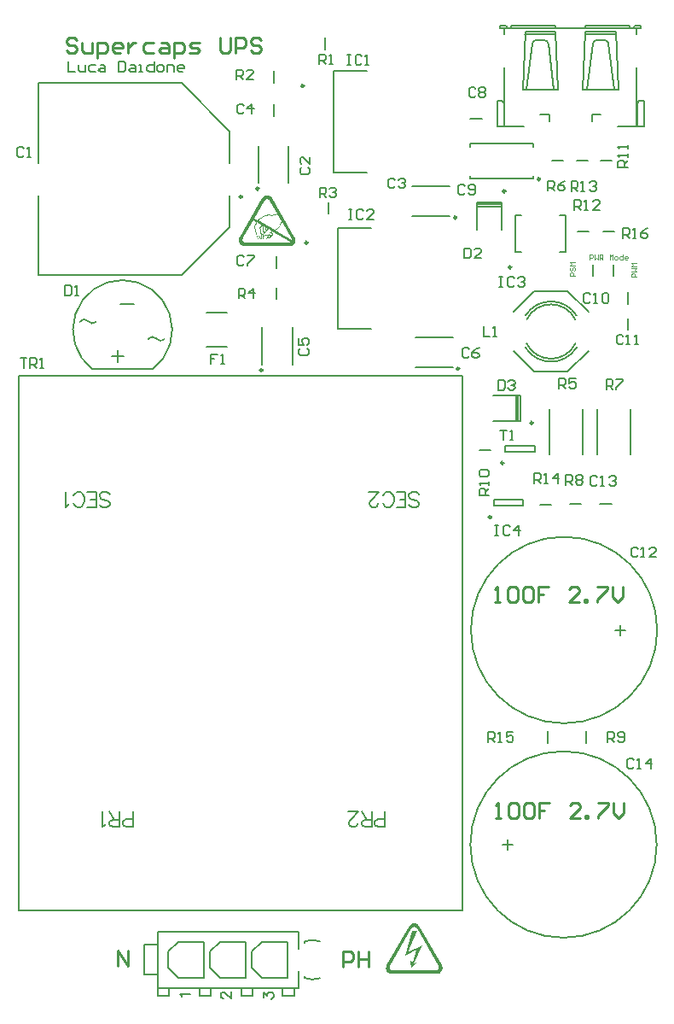
<source format=gbr>
G04 Layer_Color=65535*
%FSLAX23Y23*%
%MOIN*%
%TF.FileFunction,Legend,Top*%
%TF.Part,Single*%
G01*
G75*
%TA.AperFunction,NonConductor*%
%ADD10C,0.010*%
%ADD11C,0.008*%
%ADD12C,0.010*%
%ADD13C,0.005*%
%ADD14C,0.004*%
G36*
X1584Y253D02*
X1586Y252D01*
X1589Y251D01*
X1591Y250D01*
X1594Y249D01*
X1596Y247D01*
X1596Y246D01*
X1597Y246D01*
X1598Y244D01*
X1599Y244D01*
X1599Y243D01*
X1600Y242D01*
X1688Y89D01*
X1689Y89D01*
X1689Y88D01*
X1689Y86D01*
X1690Y84D01*
X1691Y82D01*
X1691Y79D01*
Y76D01*
X1691Y73D01*
Y73D01*
X1691Y72D01*
X1690Y71D01*
X1690Y70D01*
Y69D01*
X1690Y69D01*
X1689Y68D01*
X1689Y66D01*
X1688D01*
X1688Y66D01*
X1687Y65D01*
X1687Y64D01*
X1685Y62D01*
X1683Y61D01*
X1681Y59D01*
X1679Y57D01*
X1676Y56D01*
X1675D01*
X1675Y56D01*
X1673Y56D01*
X1672D01*
X1672Y55D01*
X1671D01*
X1669Y55D01*
X1492D01*
X1490Y55D01*
X1488Y56D01*
X1485Y57D01*
X1483Y58D01*
X1480Y59D01*
X1477Y61D01*
X1477Y62D01*
X1477Y62D01*
X1475Y64D01*
X1475Y64D01*
X1475Y64D01*
X1473Y66D01*
X1473Y67D01*
X1473Y68D01*
X1472Y69D01*
X1471Y71D01*
X1471Y73D01*
X1470Y76D01*
Y79D01*
X1471Y82D01*
Y83D01*
X1471Y83D01*
X1471Y85D01*
X1472Y85D01*
Y86D01*
X1472Y86D01*
X1472Y87D01*
X1473Y88D01*
Y89D01*
Y89D01*
X1473D01*
X1561Y241D01*
Y241D01*
X1562Y242D01*
X1563Y244D01*
X1565Y246D01*
X1568Y249D01*
X1568Y249D01*
X1570Y250D01*
X1570Y250D01*
X1570Y250D01*
X1572Y251D01*
X1573Y251D01*
X1575Y252D01*
X1577Y252D01*
X1579Y253D01*
X1582D01*
X1584Y253D01*
D02*
G37*
G36*
X1009Y3094D02*
X1011Y3093D01*
X1014Y3092D01*
X1016Y3091D01*
X1019Y3090D01*
X1021Y3088D01*
X1021Y3087D01*
X1022Y3087D01*
X1023Y3085D01*
X1024Y3085D01*
X1024Y3084D01*
X1025Y3083D01*
X1113Y2930D01*
X1114Y2930D01*
X1114Y2929D01*
X1114Y2927D01*
X1115Y2925D01*
X1116Y2923D01*
X1116Y2920D01*
Y2917D01*
X1116Y2914D01*
Y2914D01*
X1116Y2913D01*
X1115Y2912D01*
X1115Y2911D01*
Y2910D01*
X1115Y2910D01*
X1114Y2909D01*
X1114Y2907D01*
X1113D01*
X1113Y2907D01*
X1112Y2906D01*
X1112Y2905D01*
X1110Y2903D01*
X1108Y2902D01*
X1106Y2900D01*
X1104Y2898D01*
X1101Y2897D01*
X1100D01*
X1100Y2897D01*
X1098Y2897D01*
X1097D01*
X1097Y2896D01*
X1096D01*
X1094Y2896D01*
X917D01*
X915Y2896D01*
X913Y2897D01*
X910Y2898D01*
X908Y2899D01*
X905Y2900D01*
X902Y2902D01*
X902Y2903D01*
X902Y2903D01*
X900Y2905D01*
X900Y2905D01*
X900Y2905D01*
X898Y2907D01*
X898Y2908D01*
X898Y2909D01*
X897Y2910D01*
X896Y2912D01*
X896Y2914D01*
X895Y2917D01*
Y2920D01*
X896Y2923D01*
Y2924D01*
X896Y2924D01*
X896Y2926D01*
X897Y2926D01*
Y2927D01*
X897Y2927D01*
X897Y2928D01*
X898Y2929D01*
Y2930D01*
Y2930D01*
X898D01*
X986Y3082D01*
Y3082D01*
X987Y3083D01*
X988Y3085D01*
X990Y3087D01*
X993Y3090D01*
X993Y3090D01*
X995Y3091D01*
X995Y3091D01*
X995Y3091D01*
X997Y3092D01*
X998Y3092D01*
X1000Y3093D01*
X1002Y3093D01*
X1004Y3094D01*
X1007D01*
X1009Y3094D01*
D02*
G37*
%LPC*%
G36*
X1581Y238D02*
X1580D01*
X1579Y238D01*
X1577Y237D01*
X1575Y236D01*
Y236D01*
X1574Y236D01*
X1574D01*
X1573Y235D01*
X1573Y234D01*
X1571Y233D01*
X1570Y232D01*
X1486Y87D01*
Y87D01*
Y86D01*
X1486Y86D01*
X1486Y85D01*
Y85D01*
X1486Y84D01*
X1485Y83D01*
Y83D01*
Y82D01*
X1485Y82D01*
Y80D01*
X1485Y78D01*
X1486Y76D01*
X1486Y75D01*
X1487Y74D01*
X1488Y73D01*
X1488Y73D01*
X1489Y72D01*
X1489D01*
X1489Y71D01*
X1491Y70D01*
X1494Y69D01*
X1496Y69D01*
X1497Y69D01*
X1665D01*
Y69D01*
X1667D01*
X1668Y69D01*
X1668Y69D01*
X1668Y69D01*
X1668D01*
X1669Y69D01*
X1671Y70D01*
X1673Y72D01*
X1675Y75D01*
X1675Y75D01*
X1676Y76D01*
X1676Y78D01*
X1677Y81D01*
Y81D01*
Y82D01*
Y83D01*
X1676Y84D01*
X1676Y85D01*
X1675Y87D01*
Y87D01*
X1591Y232D01*
Y232D01*
X1591Y232D01*
X1590Y233D01*
X1590Y234D01*
X1589Y234D01*
X1589Y235D01*
X1589Y235D01*
X1587Y236D01*
X1584Y237D01*
X1583Y238D01*
X1581D01*
Y238D01*
D02*
G37*
%LPD*%
G36*
X1557Y139D02*
X1612Y167D01*
X1578Y97D01*
X1590Y100D01*
X1570Y77D01*
X1566Y105D01*
X1575Y98D01*
X1588Y148D01*
X1546Y127D01*
X1573Y221D01*
X1593Y221D01*
X1557Y139D01*
D02*
G37*
%LPC*%
G36*
X965Y2988D02*
Y2987D01*
Y2987D01*
X965Y2985D01*
X964Y2982D01*
X962Y2979D01*
Y2979D01*
X962Y2978D01*
X961Y2977D01*
X960Y2975D01*
X960Y2973D01*
Y2973D01*
X960Y2972D01*
Y2971D01*
X960Y2970D01*
Y2968D01*
X960Y2966D01*
X961Y2964D01*
Y2963D01*
X961Y2963D01*
X962Y2962D01*
X962Y2961D01*
Y2961D01*
Y2960D01*
X962Y2959D01*
X963Y2956D01*
X963Y2952D01*
Y2952D01*
Y2952D01*
X964Y2949D01*
X964Y2947D01*
X965Y2945D01*
X965Y2945D01*
X965Y2943D01*
X966Y2942D01*
X967Y2940D01*
X967Y2939D01*
X967Y2938D01*
X968Y2937D01*
X968Y2936D01*
X969D01*
X969Y2936D01*
X971D01*
X973Y2935D01*
X974Y2935D01*
X975Y2934D01*
X976Y2933D01*
X977Y2932D01*
X977Y2931D01*
X978Y2931D01*
X978Y2930D01*
X979Y2930D01*
X979Y2928D01*
Y2927D01*
Y2926D01*
Y2926D01*
Y2925D01*
Y2925D01*
Y2924D01*
X980Y2925D01*
X980Y2925D01*
X981Y2925D01*
X981Y2926D01*
X982Y2928D01*
X983Y2930D01*
Y2931D01*
Y2931D01*
X983Y2932D01*
Y2933D01*
X982Y2935D01*
X981Y2938D01*
X981Y2941D01*
X980Y2941D01*
Y2942D01*
X980Y2943D01*
X980Y2943D01*
Y2944D01*
X979Y2945D01*
Y2945D01*
X979Y2945D01*
Y2946D01*
Y2947D01*
Y2947D01*
Y2947D01*
Y2949D01*
Y2951D01*
X980Y2954D01*
Y2954D01*
Y2954D01*
X979Y2956D01*
X979Y2957D01*
X979Y2959D01*
Y2959D01*
X978Y2960D01*
X978Y2961D01*
X978Y2962D01*
X977Y2965D01*
X977Y2966D01*
Y2967D01*
Y2967D01*
X977Y2968D01*
X978Y2970D01*
X980Y2972D01*
Y2973D01*
X980Y2973D01*
X981Y2974D01*
X982Y2976D01*
X982Y2978D01*
X965Y2988D01*
D02*
G37*
G36*
X1013Y2936D02*
Y2936D01*
X1012Y2935D01*
Y2935D01*
X1012Y2933D01*
X1011Y2932D01*
X1010Y2930D01*
X1010Y2929D01*
X1011Y2929D01*
X1012Y2929D01*
X1014Y2928D01*
X1015D01*
X1016Y2929D01*
X1016Y2929D01*
X1017D01*
X1017Y2930D01*
Y2930D01*
X1017Y2931D01*
Y2931D01*
Y2931D01*
Y2932D01*
Y2933D01*
X1016Y2935D01*
X1016D01*
X1016Y2935D01*
X1015D01*
X1015Y2935D01*
X1015D01*
X1014Y2936D01*
X1013Y2936D01*
X1013Y2936D01*
D02*
G37*
G36*
X1012Y2961D02*
X1012Y2960D01*
X1010Y2959D01*
X1008Y2957D01*
X1005Y2955D01*
X1005D01*
X1005Y2955D01*
X1003Y2953D01*
X1001Y2951D01*
X998Y2949D01*
X998Y2948D01*
X997Y2947D01*
X996Y2946D01*
X995Y2944D01*
X993Y2941D01*
X992Y2939D01*
X991Y2936D01*
X991Y2934D01*
X991Y2934D01*
Y2933D01*
X991Y2934D01*
X991Y2934D01*
X992Y2935D01*
X992Y2935D01*
X992Y2935D01*
X993Y2936D01*
X995Y2937D01*
X996Y2938D01*
X997D01*
X997Y2938D01*
X998D01*
X998Y2938D01*
X998D01*
X999Y2938D01*
X1000D01*
X1001Y2939D01*
X1005D01*
X1006Y2938D01*
X1007Y2938D01*
X1008D01*
X1009Y2938D01*
Y2938D01*
X1010Y2938D01*
X1010Y2939D01*
Y2939D01*
X1010Y2940D01*
X1011Y2941D01*
X1011Y2942D01*
Y2942D01*
X1012Y2942D01*
X1012Y2944D01*
X1014Y2945D01*
X1016Y2947D01*
X1016D01*
X1016Y2948D01*
X1018Y2949D01*
X1019Y2950D01*
X1020D01*
X1020Y2950D01*
X1021Y2951D01*
X1023Y2952D01*
X1024Y2954D01*
X1012Y2961D01*
D02*
G37*
G36*
X1005Y2937D02*
X1004D01*
X1002Y2937D01*
X1001D01*
X1000Y2937D01*
X999Y2936D01*
X998D01*
X997Y2936D01*
X997D01*
X996Y2936D01*
X995Y2935D01*
X994Y2935D01*
X993Y2934D01*
X993Y2933D01*
X992Y2932D01*
X992Y2931D01*
X991Y2931D01*
X991Y2929D01*
Y2928D01*
X992Y2927D01*
X992Y2926D01*
X993Y2925D01*
X994Y2924D01*
X994Y2924D01*
X995Y2924D01*
X999D01*
X1000Y2924D01*
X1001Y2925D01*
X1001Y2925D01*
X1002Y2926D01*
X1002Y2926D01*
X1003Y2927D01*
X1005Y2928D01*
X1006Y2930D01*
Y2931D01*
X1007Y2931D01*
X1008Y2932D01*
X1009Y2934D01*
X1009Y2936D01*
X1009Y2936D01*
X1008Y2936D01*
X1007Y2937D01*
X1005Y2937D01*
D02*
G37*
G36*
X951Y2996D02*
X911Y2928D01*
Y2928D01*
Y2927D01*
X911Y2927D01*
X911Y2926D01*
X911Y2926D01*
X910Y2924D01*
Y2924D01*
Y2923D01*
X910Y2922D01*
Y2921D01*
X910Y2919D01*
X911Y2916D01*
X912D01*
X912Y2915D01*
X913Y2914D01*
X913Y2914D01*
X914Y2913D01*
X914D01*
X914Y2912D01*
X916Y2911D01*
X919Y2910D01*
X921Y2910D01*
X922Y2910D01*
X1090D01*
Y2910D01*
X1092D01*
X1092Y2910D01*
X1093D01*
X1094Y2911D01*
X1096Y2912D01*
X1027Y2952D01*
X1027Y2952D01*
X1026Y2951D01*
X1025Y2950D01*
X1024Y2949D01*
X1024Y2949D01*
X1025Y2948D01*
X1026Y2947D01*
X1028Y2946D01*
X1028Y2945D01*
X1028Y2945D01*
X1029Y2944D01*
X1029Y2943D01*
X1029Y2941D01*
Y2941D01*
X1029Y2940D01*
X1029Y2939D01*
X1028Y2938D01*
X1028Y2937D01*
X1028Y2936D01*
X1028Y2936D01*
X1026Y2935D01*
X1025Y2935D01*
X1022Y2934D01*
X1021D01*
Y2934D01*
X1021Y2933D01*
Y2932D01*
X1021Y2930D01*
Y2930D01*
Y2930D01*
X1020Y2929D01*
X1020Y2928D01*
X1019Y2928D01*
X1019Y2927D01*
X1019Y2927D01*
X1019Y2927D01*
X1017Y2926D01*
X1016Y2925D01*
X1013Y2925D01*
X1013D01*
X1012Y2925D01*
X1010Y2926D01*
X1008Y2927D01*
X1008Y2927D01*
X1007Y2926D01*
X1006Y2924D01*
X1004Y2923D01*
X1004D01*
X1004Y2922D01*
X1003Y2922D01*
X1002Y2921D01*
X1001D01*
X1001Y2921D01*
X999Y2921D01*
X995D01*
X994Y2921D01*
X992Y2921D01*
X991Y2922D01*
Y2923D01*
X991Y2923D01*
X990Y2924D01*
X989Y2925D01*
X989Y2926D01*
X988Y2928D01*
X988Y2930D01*
X988Y2932D01*
Y2932D01*
Y2933D01*
Y2933D01*
Y2933D01*
Y2934D01*
X988Y2936D01*
X988Y2938D01*
X988Y2938D01*
X987Y2938D01*
X986Y2939D01*
X986Y2940D01*
X985Y2940D01*
X984Y2940D01*
Y2940D01*
X984Y2939D01*
X985Y2938D01*
X985Y2936D01*
X986Y2933D01*
X986Y2931D01*
Y2930D01*
Y2929D01*
Y2929D01*
X986Y2927D01*
X984Y2925D01*
X984Y2924D01*
X982Y2922D01*
X982Y2922D01*
X981Y2922D01*
X979Y2921D01*
X979D01*
X978Y2920D01*
X977Y2920D01*
X975D01*
X974Y2921D01*
X972Y2921D01*
X970Y2923D01*
X970Y2924D01*
X970Y2924D01*
X969Y2925D01*
X968Y2926D01*
X968Y2928D01*
X967Y2930D01*
X966Y2932D01*
Y2933D01*
Y2933D01*
X966Y2933D01*
Y2933D01*
Y2934D01*
X965Y2934D01*
X965Y2936D01*
X964Y2937D01*
X964Y2938D01*
Y2938D01*
X963Y2939D01*
X963Y2940D01*
X962Y2942D01*
X962Y2944D01*
Y2944D01*
X961Y2946D01*
X961Y2947D01*
Y2948D01*
X960Y2950D01*
X960Y2952D01*
Y2952D01*
Y2953D01*
X960Y2954D01*
X960Y2955D01*
X959Y2957D01*
X959Y2960D01*
Y2960D01*
Y2960D01*
X958Y2961D01*
X958Y2962D01*
X958Y2963D01*
Y2963D01*
X958Y2964D01*
X957Y2966D01*
X957Y2967D01*
X956Y2971D01*
Y2973D01*
X957Y2974D01*
Y2974D01*
X957Y2975D01*
X958Y2977D01*
X959Y2980D01*
Y2980D01*
X960Y2981D01*
X960Y2982D01*
X961Y2983D01*
X962Y2987D01*
X962Y2989D01*
X951Y2996D01*
D02*
G37*
G36*
X1065Y2989D02*
X1065D01*
X1065Y2988D01*
X1063Y2987D01*
X1063Y2987D01*
X1063Y2986D01*
X1061Y2985D01*
X1060Y2983D01*
X1060Y2982D01*
X1060Y2982D01*
X1059Y2980D01*
X1058Y2977D01*
Y2977D01*
X1058Y2977D01*
X1057Y2975D01*
X1056Y2973D01*
X1055Y2971D01*
Y2971D01*
X1054Y2970D01*
X1053Y2969D01*
X1053Y2968D01*
X1052Y2968D01*
X1051Y2966D01*
X1051Y2966D01*
X1050Y2965D01*
X1048Y2964D01*
X1047Y2962D01*
X1043Y2959D01*
X1040Y2958D01*
X1038Y2957D01*
X1102Y2920D01*
Y2921D01*
Y2922D01*
Y2922D01*
Y2923D01*
Y2924D01*
X1101Y2925D01*
X1101Y2926D01*
X1100Y2928D01*
Y2928D01*
X1065Y2989D01*
D02*
G37*
G36*
X972Y2935D02*
X970D01*
X969Y2934D01*
X969D01*
X969Y2933D01*
Y2933D01*
X970Y2932D01*
X970Y2931D01*
X970Y2930D01*
X972Y2927D01*
X972Y2926D01*
X973Y2925D01*
X973Y2925D01*
X974Y2924D01*
X975Y2924D01*
X976Y2923D01*
X977D01*
X978Y2924D01*
Y2924D01*
Y2924D01*
Y2925D01*
X978Y2925D01*
Y2926D01*
Y2926D01*
Y2926D01*
Y2927D01*
X978Y2927D01*
Y2927D01*
X977Y2928D01*
X977Y2930D01*
Y2930D01*
X976Y2930D01*
X976Y2931D01*
X976Y2931D01*
Y2931D01*
X975Y2932D01*
X974Y2933D01*
X972Y2934D01*
X972Y2935D01*
D02*
G37*
G36*
X1047Y3020D02*
X1036Y3016D01*
X1036D01*
X1035Y3016D01*
X1035Y3016D01*
X1033Y3015D01*
X1030Y3015D01*
X1027Y3014D01*
X1024D01*
X1021Y3014D01*
X1017Y3015D01*
X1008D01*
X1004Y3014D01*
X999Y3013D01*
X999D01*
X998Y3013D01*
X997Y3012D01*
X995Y3011D01*
X994Y3010D01*
X991Y3009D01*
X989Y3008D01*
X986Y3006D01*
X986Y3005D01*
X985Y3005D01*
X984Y3004D01*
X982Y3003D01*
X981Y3003D01*
X981Y3002D01*
X979Y3001D01*
X979Y3001D01*
X978Y3001D01*
X977Y2999D01*
X975Y2998D01*
X974Y2998D01*
X974Y2997D01*
X973Y2996D01*
X972Y2995D01*
X1035Y2959D01*
X1035D01*
X1036Y2959D01*
X1037Y2960D01*
X1039Y2961D01*
X1041Y2962D01*
X1043Y2963D01*
X1046Y2966D01*
X1049Y2968D01*
X1049Y2969D01*
X1049Y2969D01*
X1051Y2971D01*
X1051Y2971D01*
X1051Y2971D01*
X1052Y2973D01*
X1053Y2973D01*
X1053Y2974D01*
X1054Y2976D01*
X1055Y2978D01*
Y2979D01*
X1055Y2979D01*
X1056Y2981D01*
X1056Y2982D01*
X1057Y2984D01*
X1058Y2985D01*
X1058Y2986D01*
X1060Y2988D01*
X1061Y2989D01*
X1061Y2990D01*
X1062Y2990D01*
X1063Y2991D01*
X1047Y3020D01*
D02*
G37*
G36*
X1006Y3079D02*
X1005D01*
X1004Y3079D01*
X1002Y3078D01*
X1000Y3077D01*
X999Y3077D01*
X999Y3077D01*
X999D01*
X998Y3076D01*
X998Y3075D01*
X996Y3074D01*
X995Y3073D01*
X956Y3004D01*
X969Y2997D01*
X969Y2997D01*
X970Y2998D01*
X971Y2999D01*
X973Y3001D01*
X973Y3001D01*
X974Y3002D01*
X976Y3003D01*
X978Y3004D01*
X978Y3004D01*
X979Y3005D01*
X979D01*
X979Y3005D01*
X980Y3006D01*
X981D01*
X981Y3006D01*
X982Y3007D01*
X984Y3008D01*
X984Y3008D01*
X985Y3009D01*
X986Y3009D01*
X987Y3010D01*
X989Y3011D01*
X993Y3014D01*
X996Y3015D01*
X998Y3016D01*
X998D01*
X999Y3016D01*
X1001Y3017D01*
X1002Y3017D01*
X1005Y3017D01*
X1007Y3018D01*
X1010Y3018D01*
X1014D01*
X1015Y3018D01*
X1020D01*
X1023Y3017D01*
X1028D01*
X1029Y3018D01*
X1032Y3018D01*
X1035Y3019D01*
X1045Y3023D01*
X1016Y3073D01*
X1016D01*
X1016Y3073D01*
X1015Y3074D01*
Y3075D01*
X1015Y3075D01*
X1014Y3075D01*
X1014Y3076D01*
X1014Y3076D01*
X1012Y3077D01*
X1009Y3078D01*
X1008Y3079D01*
X1006D01*
Y3079D01*
D02*
G37*
G36*
X1001Y2967D02*
Y2966D01*
Y2966D01*
X1001Y2965D01*
Y2965D01*
Y2964D01*
Y2964D01*
X1002Y2962D01*
Y2962D01*
X1002Y2961D01*
X1002Y2961D01*
X1002Y2960D01*
X1003Y2959D01*
X1004Y2958D01*
X1004D01*
X1004Y2959D01*
X1006Y2959D01*
X1007Y2961D01*
X1009Y2962D01*
X1001Y2967D01*
D02*
G37*
G36*
X1021Y2947D02*
X1021D01*
X1021Y2947D01*
X1020Y2946D01*
X1019Y2945D01*
X1018Y2945D01*
X1017Y2945D01*
X1016Y2944D01*
X1015Y2942D01*
X1014Y2940D01*
Y2940D01*
X1014Y2940D01*
Y2940D01*
X1014D01*
X1014Y2939D01*
X1016Y2938D01*
X1016D01*
X1018Y2938D01*
X1019Y2938D01*
X1022Y2938D01*
X1023D01*
X1024Y2938D01*
X1025Y2938D01*
Y2939D01*
Y2939D01*
X1026Y2940D01*
X1026Y2941D01*
Y2941D01*
Y2942D01*
Y2942D01*
Y2942D01*
X1025Y2943D01*
Y2943D01*
X1025D01*
Y2944D01*
Y2944D01*
X1024Y2944D01*
X1023Y2945D01*
X1022Y2947D01*
X1021Y2947D01*
D02*
G37*
G36*
X985Y2976D02*
Y2976D01*
X985Y2975D01*
X984Y2973D01*
X982Y2970D01*
X982Y2970D01*
X981Y2969D01*
X981Y2968D01*
X980Y2966D01*
Y2966D01*
Y2965D01*
X981Y2963D01*
X981Y2962D01*
X981Y2960D01*
Y2960D01*
X982Y2959D01*
X982Y2958D01*
X982Y2957D01*
X983Y2954D01*
Y2954D01*
Y2953D01*
Y2952D01*
X983Y2951D01*
X982Y2949D01*
Y2947D01*
Y2946D01*
X983Y2946D01*
X983D01*
X983Y2945D01*
X984Y2945D01*
X984Y2945D01*
X985D01*
X985Y2944D01*
X986Y2944D01*
X986Y2943D01*
X986Y2943D01*
X988Y2942D01*
X988D01*
X988Y2942D01*
X989Y2941D01*
X990Y2942D01*
X990Y2943D01*
X991Y2945D01*
X993Y2947D01*
X992Y2947D01*
X992Y2949D01*
X991Y2950D01*
X990Y2952D01*
Y2953D01*
X989Y2953D01*
X989Y2954D01*
X989D01*
Y2954D01*
Y2954D01*
X988Y2955D01*
Y2956D01*
Y2956D01*
X988Y2957D01*
X988Y2959D01*
Y2961D01*
Y2961D01*
Y2962D01*
Y2963D01*
Y2963D01*
Y2964D01*
Y2966D01*
Y2966D01*
Y2968D01*
Y2969D01*
X988Y2970D01*
Y2970D01*
X989Y2971D01*
X990Y2973D01*
X985Y2976D01*
D02*
G37*
G36*
X993Y2972D02*
Y2971D01*
X992Y2971D01*
X991Y2969D01*
Y2969D01*
Y2968D01*
X991Y2967D01*
Y2966D01*
Y2966D01*
Y2965D01*
Y2963D01*
Y2962D01*
Y2961D01*
Y2961D01*
Y2960D01*
Y2959D01*
X991Y2958D01*
X992Y2956D01*
Y2956D01*
X992Y2955D01*
X992Y2954D01*
X993Y2954D01*
Y2954D01*
X993Y2953D01*
X994Y2951D01*
X995Y2949D01*
Y2950D01*
X995Y2950D01*
X995Y2950D01*
X996Y2951D01*
X996Y2951D01*
X998Y2952D01*
X999Y2954D01*
X1001Y2956D01*
X1001Y2956D01*
X1001Y2957D01*
X1000Y2958D01*
X999Y2960D01*
X999Y2961D01*
Y2961D01*
X998Y2962D01*
X998Y2963D01*
X998Y2964D01*
Y2965D01*
Y2966D01*
X998Y2967D01*
X998Y2968D01*
X993Y2972D01*
D02*
G37*
%LPD*%
D10*
X2072Y3157D02*
G03*
X2072Y3157I-5J0D01*
G01*
X908Y3088D02*
G03*
X908Y3088I-5J0D01*
G01*
X1757Y2417D02*
G03*
X1757Y2417I-5J0D01*
G01*
X988Y2411D02*
G03*
X988Y2411I-5J0D01*
G01*
X973Y3120D02*
G03*
X973Y3120I-5J0D01*
G01*
X1149Y3521D02*
G03*
X1149Y3521I-5J0D01*
G01*
X1164Y2909D02*
G03*
X1164Y2909I-5J0D01*
G01*
X1745Y3007D02*
G03*
X1745Y3007I-5J0D01*
G01*
X1937Y3110D02*
G03*
X1937Y3110I-5J0D01*
G01*
X1960Y2813D02*
G03*
X1960Y2813I-5J0D01*
G01*
X2044Y2205D02*
G03*
X2044Y2205I-5J0D01*
G01*
X1930Y2049D02*
G03*
X1930Y2049I-5J0D01*
G01*
X1882Y1838D02*
G03*
X1882Y1838I-5J0D01*
G01*
D11*
X2449Y3746D02*
G03*
X2449Y3745I0J-0D01*
G01*
X2449Y3757D02*
G03*
X2437Y3745I0J-12D01*
G01*
X2104Y3686D02*
G03*
X2089Y3699I-15J-2D01*
G01*
X2057D02*
G03*
X2042Y3686I0J-15D01*
G01*
X2340D02*
G03*
X2325Y3699I-15J-2D01*
G01*
X2293D02*
G03*
X2278Y3686I0J-15D01*
G01*
X1933Y3745D02*
G03*
X1933Y3746I-0J0D01*
G01*
X1945Y3745D02*
G03*
X1933Y3757I-12J0D01*
G01*
X1212Y182D02*
G03*
X1153Y181I-29J-72D01*
G01*
Y39D02*
G03*
X1212Y38I30J71D01*
G01*
X307Y2602D02*
G03*
X338Y2599I16J11D01*
G01*
X306Y2603D02*
G03*
X274Y2600I-15J-13D01*
G01*
X559Y2415D02*
G03*
X323Y2415I-118J154D01*
G01*
X573Y2535D02*
G03*
X542Y2532I-15J-13D01*
G01*
X574Y2534D02*
G03*
X605Y2531I16J11D01*
G01*
X2020Y2515D02*
G03*
X2210Y2515I95J47D01*
G01*
X2015Y2500D02*
G03*
X2215Y2500I100J62D01*
G01*
Y2624D02*
G03*
X2015Y2624I-100J-62D01*
G01*
X2210Y2609D02*
G03*
X2020Y2609I-95J-47D01*
G01*
X2530Y1397D02*
G03*
X2530Y1397I-364J0D01*
G01*
X2528Y560D02*
G03*
X2528Y560I-364J0D01*
G01*
X2214Y3229D02*
X2258D01*
X2308D02*
X2352D01*
X2119D02*
X2163D01*
X1798Y3284D02*
Y3296D01*
Y3158D02*
Y3170D01*
X2046Y3158D02*
Y3170D01*
Y3284D02*
Y3296D01*
X1798D02*
X2046D01*
X1798Y3158D02*
X2046D01*
X1800Y3392D02*
X1846D01*
X2374Y3364D02*
X2478D01*
X1904D02*
Y3462D01*
X1923D01*
X1931Y3454D01*
Y3364D02*
Y3454D01*
X2478Y3364D02*
Y3462D01*
X2459D02*
X2478D01*
X2451Y3454D02*
X2459Y3462D01*
X2451Y3364D02*
Y3454D01*
X2449Y3364D02*
Y3591D01*
X2449Y3746D02*
X2465D01*
Y3757D01*
X2449D02*
X2465D01*
X2423Y3745D02*
Y3757D01*
X2250D02*
X2423D01*
X2250Y3745D02*
Y3757D01*
X2132Y3745D02*
Y3757D01*
X1959D02*
X2132D01*
X1959Y3745D02*
Y3757D01*
X1933Y3745D02*
X2449D01*
X2240Y3505D02*
X2378D01*
X2240D02*
X2250Y3733D01*
X2368D01*
X2378Y3505D01*
X2004D02*
X2142D01*
X2004D02*
X2014Y3733D01*
X2132D01*
X2142Y3505D01*
X2104Y3686D02*
X2126Y3505D01*
X2057Y3699D02*
X2089D01*
X2020Y3505D02*
X2042Y3686D01*
X2340D02*
X2362Y3505D01*
X2293Y3699D02*
X2325D01*
X2256Y3505D02*
X2278Y3686D01*
X2274Y3409D02*
X2310D01*
X2274Y3381D02*
Y3409D01*
X2108Y3381D02*
Y3409D01*
X2072D02*
X2108D01*
X1933Y3364D02*
Y3591D01*
X1917Y3746D02*
X1933D01*
X1917D02*
Y3757D01*
X1933D01*
X2250Y3722D02*
X2369D01*
X2013D02*
X2132D01*
X2449Y3723D02*
Y3745D01*
X1933Y3723D02*
Y3745D01*
X1904Y3364D02*
X2008D01*
X1112Y-30D02*
Y-0D01*
X1086Y40D02*
Y180D01*
X1067Y-30D02*
Y-0D01*
X578Y220D02*
X1128D01*
X659Y180D02*
X760D01*
X822D02*
X923D01*
X985D02*
X1086D01*
X527Y169D02*
X578D01*
X949Y-30D02*
Y-0D01*
X946Y79D02*
Y141D01*
Y79D02*
X985Y40D01*
X923D02*
Y180D01*
X946Y141D02*
X985Y180D01*
X904Y-30D02*
Y-0D01*
X527Y51D02*
X578D01*
X985Y40D02*
X1086D01*
X822D02*
X923D01*
X659D02*
X760D01*
X783Y79D02*
X822Y40D01*
X578Y-0D02*
X1128D01*
X786Y-30D02*
Y-0D01*
X783Y79D02*
Y141D01*
X822Y180D01*
X760Y40D02*
Y180D01*
X578Y-30D02*
X623D01*
X741D02*
X786D01*
X904D02*
X949D01*
X1067D02*
X1112D01*
X741D02*
Y-0D01*
X620Y79D02*
X659Y40D01*
X620Y141D02*
X659Y180D01*
X623Y-30D02*
Y-0D01*
X620Y79D02*
Y141D01*
X578Y-30D02*
Y220D01*
X527Y51D02*
Y169D01*
X1128Y153D02*
Y220D01*
Y-0D02*
Y67D01*
X1153Y39D02*
Y45D01*
Y175D02*
Y181D01*
X112Y2783D02*
Y3094D01*
Y2783D02*
X673D01*
X860Y2970D01*
Y3094D01*
X112Y3220D02*
Y3531D01*
X673D01*
X860Y3344D01*
Y3220D02*
Y3344D01*
X323Y2415D02*
X559D01*
X768Y2502D02*
X850D01*
X768Y2636D02*
X850D01*
X1585Y2539D02*
X1731D01*
X1585Y2421D02*
X1731D01*
X1105Y2432D02*
Y2578D01*
X987Y2432D02*
Y2578D01*
X1042Y2690D02*
Y2734D01*
Y2810D02*
Y2856D01*
X1090Y3141D02*
Y3287D01*
X972Y3141D02*
Y3287D01*
X1031Y3402D02*
Y3448D01*
X1032Y3534D02*
Y3578D01*
X1233Y3664D02*
Y3708D01*
X1266Y3184D02*
X1396D01*
X1266D02*
Y3578D01*
X1396D01*
X1281Y2572D02*
X1411D01*
X1281D02*
Y2966D01*
X1411D01*
X1247Y3021D02*
Y3065D01*
X1573Y3129D02*
X1719D01*
X1573Y3011D02*
X1719D01*
X1825Y2960D02*
Y3066D01*
X1923Y2960D02*
Y3066D01*
X1825D02*
X1923D01*
X1825Y3058D02*
X1923D01*
X1825Y3050D02*
X1923D01*
X2180Y2719D02*
X2261Y2639D01*
X2050Y2719D02*
X2180D01*
X1969Y2639D02*
X2050Y2719D01*
X1969Y2485D02*
X2050Y2405D01*
X2180D01*
X2261Y2485D01*
X2148Y2874D02*
X2171D01*
Y3016D01*
X2148D02*
X2171D01*
X1975D02*
X1998D01*
X1975Y2874D02*
Y3016D01*
Y2874D02*
X1998D01*
X2319Y2952D02*
X2363D01*
X2218Y2953D02*
X2262D01*
X2358Y2780D02*
Y2824D01*
X2279Y2780D02*
Y2824D01*
X2414Y2670D02*
Y2716D01*
Y2568D02*
Y2614D01*
X1889Y2312D02*
X1995D01*
X1889Y2214D02*
X1995D01*
Y2312D01*
X1987Y2214D02*
Y2312D01*
X1979Y2214D02*
Y2312D01*
X2109Y2084D02*
Y2258D01*
X2239Y2084D02*
Y2258D01*
X2297Y2084D02*
Y2258D01*
X2427Y2084D02*
Y2258D01*
X2306Y1889D02*
X2352D01*
X2188Y1888D02*
X2232D01*
X2072Y1887D02*
X2116D01*
X1937Y2092D02*
X2051D01*
X1937D02*
Y2116D01*
X2051D01*
Y2092D02*
Y2116D01*
X1834Y2098D02*
X1878D01*
X2005Y1881D02*
Y1905D01*
X1891D02*
X2005D01*
X1891Y1881D02*
Y1905D01*
Y1881D02*
X2005D01*
X2365Y1397D02*
X2404D01*
X2385Y1377D02*
Y1417D01*
X2251Y957D02*
Y1001D01*
X2101Y957D02*
Y1001D01*
X1926Y560D02*
X1965D01*
X1945Y540D02*
Y580D01*
X37Y302D02*
Y2388D01*
X1769D01*
Y302D02*
Y2388D01*
X37Y302D02*
X1769D01*
X41Y2459D02*
X67D01*
X54D01*
Y2420D01*
X80D02*
Y2459D01*
X100D01*
X107Y2453D01*
Y2440D01*
X100Y2433D01*
X80D01*
X93D02*
X107Y2420D01*
X120D02*
X133D01*
X126D01*
Y2459D01*
X120Y2453D01*
X1915Y2177D02*
X1941D01*
X1928D01*
Y2138D01*
X1954D02*
X1967D01*
X1961D01*
Y2177D01*
X1954Y2171D01*
X2395Y2926D02*
Y2965D01*
X2415D01*
X2421Y2959D01*
Y2946D01*
X2415Y2939D01*
X2395D01*
X2408D02*
X2421Y2926D01*
X2434D02*
X2447D01*
X2441D01*
Y2965D01*
X2434Y2959D01*
X2493Y2965D02*
X2480Y2959D01*
X2467Y2946D01*
Y2933D01*
X2474Y2926D01*
X2487D01*
X2493Y2933D01*
Y2939D01*
X2487Y2946D01*
X2467D01*
X1869Y959D02*
Y998D01*
X1889D01*
X1895Y992D01*
Y979D01*
X1889Y972D01*
X1869D01*
X1882D02*
X1895Y959D01*
X1908D02*
X1921D01*
X1915D01*
Y998D01*
X1908Y992D01*
X1967Y998D02*
X1941D01*
Y979D01*
X1954Y985D01*
X1961D01*
X1967Y979D01*
Y966D01*
X1961Y959D01*
X1948D01*
X1941Y966D01*
X2049Y1969D02*
Y2008D01*
X2069D01*
X2075Y2002D01*
Y1989D01*
X2069Y1982D01*
X2049D01*
X2062D02*
X2075Y1969D01*
X2088D02*
X2101D01*
X2095D01*
Y2008D01*
X2088Y2002D01*
X2141Y1969D02*
Y2008D01*
X2121Y1989D01*
X2147D01*
X2194Y3110D02*
Y3149D01*
X2214D01*
X2220Y3143D01*
Y3130D01*
X2214Y3123D01*
X2194D01*
X2207D02*
X2220Y3110D01*
X2233D02*
X2246D01*
X2240D01*
Y3149D01*
X2233Y3143D01*
X2266D02*
X2273Y3149D01*
X2286D01*
X2292Y3143D01*
Y3136D01*
X2286Y3130D01*
X2279D01*
X2286D01*
X2292Y3123D01*
Y3117D01*
X2286Y3110D01*
X2273D01*
X2266Y3117D01*
X2206Y3037D02*
Y3076D01*
X2226D01*
X2232Y3070D01*
Y3057D01*
X2226Y3050D01*
X2206D01*
X2219D02*
X2232Y3037D01*
X2245D02*
X2258D01*
X2252D01*
Y3076D01*
X2245Y3070D01*
X2304Y3037D02*
X2278D01*
X2304Y3063D01*
Y3070D01*
X2298Y3076D01*
X2285D01*
X2278Y3070D01*
X2414Y3204D02*
X2375D01*
Y3224D01*
X2381Y3230D01*
X2394D01*
X2401Y3224D01*
Y3204D01*
Y3217D02*
X2414Y3230D01*
Y3243D02*
Y3256D01*
Y3250D01*
X2375D01*
X2381Y3243D01*
X2414Y3276D02*
Y3289D01*
Y3283D01*
X2375D01*
X2381Y3276D01*
X1873Y1924D02*
X1834D01*
Y1944D01*
X1840Y1950D01*
X1853D01*
X1860Y1944D01*
Y1924D01*
Y1937D02*
X1873Y1950D01*
Y1963D02*
Y1976D01*
Y1970D01*
X1834D01*
X1840Y1963D01*
Y1996D02*
X1834Y2003D01*
Y2016D01*
X1840Y2022D01*
X1866D01*
X1873Y2016D01*
Y2003D01*
X1866Y1996D01*
X1840D01*
X2337Y960D02*
Y999D01*
X2357D01*
X2363Y993D01*
Y980D01*
X2357Y973D01*
X2337D01*
X2350D02*
X2363Y960D01*
X2376Y967D02*
X2383Y960D01*
X2396D01*
X2403Y967D01*
Y993D01*
X2396Y999D01*
X2383D01*
X2376Y993D01*
Y986D01*
X2383Y980D01*
X2403D01*
X2173Y1964D02*
Y2003D01*
X2193D01*
X2199Y1997D01*
Y1984D01*
X2193Y1977D01*
X2173D01*
X2186D02*
X2199Y1964D01*
X2212Y1997D02*
X2219Y2003D01*
X2232D01*
X2239Y1997D01*
Y1990D01*
X2232Y1984D01*
X2239Y1977D01*
Y1971D01*
X2232Y1964D01*
X2219D01*
X2212Y1971D01*
Y1977D01*
X2219Y1984D01*
X2212Y1990D01*
Y1997D01*
X2219Y1984D02*
X2232D01*
X2331Y2336D02*
Y2375D01*
X2351D01*
X2357Y2369D01*
Y2356D01*
X2351Y2349D01*
X2331D01*
X2344D02*
X2357Y2336D01*
X2370Y2375D02*
X2397D01*
Y2369D01*
X2370Y2343D01*
Y2336D01*
X2103Y3111D02*
Y3150D01*
X2123D01*
X2129Y3144D01*
Y3131D01*
X2123Y3124D01*
X2103D01*
X2116D02*
X2129Y3111D01*
X2169Y3150D02*
X2155Y3144D01*
X2142Y3131D01*
Y3118D01*
X2149Y3111D01*
X2162D01*
X2169Y3118D01*
Y3124D01*
X2162Y3131D01*
X2142D01*
X2145Y2339D02*
Y2378D01*
X2165D01*
X2171Y2372D01*
Y2359D01*
X2165Y2352D01*
X2145D01*
X2158D02*
X2171Y2339D01*
X2211Y2378D02*
X2184D01*
Y2359D01*
X2197Y2365D01*
X2204D01*
X2211Y2359D01*
Y2346D01*
X2204Y2339D01*
X2191D01*
X2184Y2346D01*
X894Y2691D02*
Y2730D01*
X914D01*
X920Y2724D01*
Y2711D01*
X914Y2704D01*
X894D01*
X907D02*
X920Y2691D01*
X953D02*
Y2730D01*
X933Y2711D01*
X960D01*
X1211Y3085D02*
Y3124D01*
X1231D01*
X1237Y3118D01*
Y3105D01*
X1231Y3098D01*
X1211D01*
X1224D02*
X1237Y3085D01*
X1250Y3118D02*
X1257Y3124D01*
X1270D01*
X1277Y3118D01*
Y3111D01*
X1270Y3105D01*
X1263D01*
X1270D01*
X1277Y3098D01*
Y3092D01*
X1270Y3085D01*
X1257D01*
X1250Y3092D01*
X886Y3545D02*
Y3584D01*
X905D01*
X912Y3578D01*
Y3565D01*
X905Y3558D01*
X886D01*
X899D02*
X912Y3545D01*
X951D02*
X925D01*
X951Y3571D01*
Y3578D01*
X945Y3584D01*
X932D01*
X925Y3578D01*
X1209Y3605D02*
Y3644D01*
X1229D01*
X1235Y3638D01*
Y3625D01*
X1229Y3618D01*
X1209D01*
X1222D02*
X1235Y3605D01*
X1248D02*
X1261D01*
X1255D01*
Y3644D01*
X1248Y3638D01*
X1851Y2583D02*
Y2544D01*
X1877D01*
X1890D02*
X1903D01*
X1897D01*
Y2583D01*
X1890Y2577D01*
X1896Y1805D02*
X1909D01*
X1903D01*
Y1766D01*
X1896D01*
X1909D01*
X1955Y1799D02*
X1948Y1805D01*
X1935D01*
X1929Y1799D01*
Y1773D01*
X1935Y1766D01*
X1948D01*
X1955Y1773D01*
X1988Y1766D02*
Y1805D01*
X1968Y1786D01*
X1994D01*
X1913Y2775D02*
X1926D01*
X1920D01*
Y2736D01*
X1913D01*
X1926D01*
X1972Y2769D02*
X1965Y2775D01*
X1952D01*
X1946Y2769D01*
Y2743D01*
X1952Y2736D01*
X1965D01*
X1972Y2743D01*
X1985Y2769D02*
X1992Y2775D01*
X2005D01*
X2011Y2769D01*
Y2762D01*
X2005Y2756D01*
X1998D01*
X2005D01*
X2011Y2749D01*
Y2743D01*
X2005Y2736D01*
X1992D01*
X1985Y2743D01*
X1324Y3039D02*
X1337D01*
X1331D01*
Y3000D01*
X1324D01*
X1337D01*
X1383Y3033D02*
X1376Y3039D01*
X1363D01*
X1357Y3033D01*
Y3007D01*
X1363Y3000D01*
X1376D01*
X1383Y3007D01*
X1422Y3000D02*
X1396D01*
X1422Y3026D01*
Y3033D01*
X1416Y3039D01*
X1403D01*
X1396Y3033D01*
X1318Y3641D02*
X1331D01*
X1325D01*
Y3602D01*
X1318D01*
X1331D01*
X1377Y3635D02*
X1370Y3641D01*
X1357D01*
X1351Y3635D01*
Y3609D01*
X1357Y3602D01*
X1370D01*
X1377Y3609D01*
X1390Y3602D02*
X1403D01*
X1397D01*
Y3641D01*
X1390Y3635D01*
X813Y2474D02*
X787D01*
Y2455D01*
X800D01*
X787D01*
Y2435D01*
X826D02*
X839D01*
X833D01*
Y2474D01*
X826Y2468D01*
X1908Y2373D02*
Y2334D01*
X1928D01*
X1934Y2341D01*
Y2367D01*
X1928Y2373D01*
X1908D01*
X1947Y2367D02*
X1954Y2373D01*
X1967D01*
X1974Y2367D01*
Y2360D01*
X1967Y2354D01*
X1960D01*
X1967D01*
X1974Y2347D01*
Y2341D01*
X1967Y2334D01*
X1954D01*
X1947Y2341D01*
X1775Y2887D02*
Y2848D01*
X1795D01*
X1801Y2855D01*
Y2881D01*
X1795Y2887D01*
X1775D01*
X1841Y2848D02*
X1814D01*
X1841Y2874D01*
Y2881D01*
X1834Y2887D01*
X1821D01*
X1814Y2881D01*
X217Y2742D02*
Y2703D01*
X237D01*
X243Y2710D01*
Y2736D01*
X237Y2742D01*
X217D01*
X256Y2703D02*
X269D01*
X263D01*
Y2742D01*
X256Y2736D01*
X2438Y889D02*
X2432Y895D01*
X2419D01*
X2412Y889D01*
Y863D01*
X2419Y856D01*
X2432D01*
X2438Y863D01*
X2451Y856D02*
X2464D01*
X2458D01*
Y895D01*
X2451Y889D01*
X2504Y856D02*
Y895D01*
X2484Y876D01*
X2510D01*
X2296Y1992D02*
X2290Y1998D01*
X2277D01*
X2270Y1992D01*
Y1966D01*
X2277Y1959D01*
X2290D01*
X2296Y1966D01*
X2309Y1959D02*
X2322D01*
X2316D01*
Y1998D01*
X2309Y1992D01*
X2342D02*
X2349Y1998D01*
X2362D01*
X2368Y1992D01*
Y1985D01*
X2362Y1979D01*
X2355D01*
X2362D01*
X2368Y1972D01*
Y1966D01*
X2362Y1959D01*
X2349D01*
X2342Y1966D01*
X2454Y1714D02*
X2448Y1720D01*
X2435D01*
X2428Y1714D01*
Y1688D01*
X2435Y1681D01*
X2448D01*
X2454Y1688D01*
X2467Y1681D02*
X2480D01*
X2474D01*
Y1720D01*
X2467Y1714D01*
X2526Y1681D02*
X2500D01*
X2526Y1707D01*
Y1714D01*
X2520Y1720D01*
X2507D01*
X2500Y1714D01*
X2397Y2544D02*
X2391Y2550D01*
X2378D01*
X2371Y2544D01*
Y2518D01*
X2378Y2511D01*
X2391D01*
X2397Y2518D01*
X2410Y2511D02*
X2423D01*
X2417D01*
Y2550D01*
X2410Y2544D01*
X2443Y2511D02*
X2456D01*
X2450D01*
Y2550D01*
X2443Y2544D01*
X2268Y2705D02*
X2262Y2711D01*
X2249D01*
X2242Y2705D01*
Y2679D01*
X2249Y2672D01*
X2262D01*
X2268Y2679D01*
X2281Y2672D02*
X2294D01*
X2288D01*
Y2711D01*
X2281Y2705D01*
X2314D02*
X2321Y2711D01*
X2334D01*
X2340Y2705D01*
Y2679D01*
X2334Y2672D01*
X2321D01*
X2314Y2679D01*
Y2705D01*
X1779Y3130D02*
X1773Y3136D01*
X1760D01*
X1753Y3130D01*
Y3104D01*
X1760Y3097D01*
X1773D01*
X1779Y3104D01*
X1792D02*
X1799Y3097D01*
X1812D01*
X1819Y3104D01*
Y3130D01*
X1812Y3136D01*
X1799D01*
X1792Y3130D01*
Y3123D01*
X1799Y3117D01*
X1819D01*
X1820Y3509D02*
X1814Y3515D01*
X1801D01*
X1794Y3509D01*
Y3483D01*
X1801Y3476D01*
X1814D01*
X1820Y3483D01*
X1833Y3509D02*
X1840Y3515D01*
X1853D01*
X1860Y3509D01*
Y3502D01*
X1853Y3496D01*
X1860Y3489D01*
Y3483D01*
X1853Y3476D01*
X1840D01*
X1833Y3483D01*
Y3489D01*
X1840Y3496D01*
X1833Y3502D01*
Y3509D01*
X1840Y3496D02*
X1853D01*
X916Y2853D02*
X910Y2859D01*
X897D01*
X890Y2853D01*
Y2827D01*
X897Y2820D01*
X910D01*
X916Y2827D01*
X929Y2859D02*
X956D01*
Y2853D01*
X929Y2827D01*
Y2820D01*
X1794Y2492D02*
X1788Y2498D01*
X1775D01*
X1768Y2492D01*
Y2466D01*
X1775Y2459D01*
X1788D01*
X1794Y2466D01*
X1834Y2498D02*
X1820Y2492D01*
X1807Y2479D01*
Y2466D01*
X1814Y2459D01*
X1827D01*
X1834Y2466D01*
Y2472D01*
X1827Y2479D01*
X1807D01*
X1136Y2495D02*
X1130Y2489D01*
Y2476D01*
X1136Y2469D01*
X1162D01*
X1169Y2476D01*
Y2489D01*
X1162Y2495D01*
X1130Y2535D02*
Y2508D01*
X1149D01*
X1143Y2521D01*
Y2528D01*
X1149Y2535D01*
X1162D01*
X1169Y2528D01*
Y2515D01*
X1162Y2508D01*
X914Y3444D02*
X908Y3450D01*
X895D01*
X888Y3444D01*
Y3418D01*
X895Y3411D01*
X908D01*
X914Y3418D01*
X947Y3411D02*
Y3450D01*
X927Y3431D01*
X954D01*
X1506Y3154D02*
X1500Y3160D01*
X1487D01*
X1480Y3154D01*
Y3128D01*
X1487Y3121D01*
X1500D01*
X1506Y3128D01*
X1519Y3154D02*
X1526Y3160D01*
X1539D01*
X1546Y3154D01*
Y3147D01*
X1539Y3141D01*
X1532D01*
X1539D01*
X1546Y3134D01*
Y3128D01*
X1539Y3121D01*
X1526D01*
X1519Y3128D01*
X1140Y3203D02*
X1134Y3197D01*
Y3184D01*
X1140Y3177D01*
X1166D01*
X1173Y3184D01*
Y3197D01*
X1166Y3203D01*
X1173Y3243D02*
Y3216D01*
X1147Y3243D01*
X1140D01*
X1134Y3236D01*
Y3223D01*
X1140Y3216D01*
X55Y3275D02*
X49Y3281D01*
X36D01*
X29Y3275D01*
Y3249D01*
X36Y3242D01*
X49D01*
X55Y3249D01*
X68Y3242D02*
X81D01*
X75D01*
Y3281D01*
X68Y3275D01*
X485Y2668D02*
X432D01*
X445Y2466D02*
X398D01*
X421Y2442D02*
Y2489D01*
X352Y1885D02*
X357Y1879D01*
X366Y1877D01*
X377D01*
X385Y1879D01*
X391Y1885D01*
Y1891D01*
X388Y1896D01*
X385Y1899D01*
X380Y1902D01*
X363Y1907D01*
X357Y1910D01*
X355Y1913D01*
X352Y1919D01*
Y1927D01*
X357Y1933D01*
X366Y1936D01*
X377D01*
X385Y1933D01*
X391Y1927D01*
X302Y1877D02*
X338D01*
Y1936D01*
X302D01*
X338Y1905D02*
X316D01*
X250Y1891D02*
X253Y1885D01*
X258Y1879D01*
X264Y1877D01*
X275D01*
X281Y1879D01*
X286Y1885D01*
X289Y1891D01*
X292Y1899D01*
Y1913D01*
X289Y1922D01*
X286Y1927D01*
X281Y1933D01*
X275Y1936D01*
X264D01*
X258Y1933D01*
X253Y1927D01*
X250Y1922D01*
X233Y1888D02*
X228Y1885D01*
X219Y1877D01*
Y1936D01*
X1560Y1885D02*
X1566Y1879D01*
X1574Y1877D01*
X1586D01*
X1594Y1879D01*
X1600Y1885D01*
Y1891D01*
X1597Y1896D01*
X1594Y1899D01*
X1588Y1902D01*
X1572Y1907D01*
X1566Y1910D01*
X1563Y1913D01*
X1560Y1919D01*
Y1927D01*
X1566Y1933D01*
X1574Y1936D01*
X1586D01*
X1594Y1933D01*
X1600Y1927D01*
X1511Y1877D02*
X1547D01*
Y1936D01*
X1511D01*
X1547Y1905D02*
X1525D01*
X1459Y1891D02*
X1461Y1885D01*
X1467Y1879D01*
X1473Y1877D01*
X1484D01*
X1490Y1879D01*
X1495Y1885D01*
X1498Y1891D01*
X1501Y1899D01*
Y1913D01*
X1498Y1922D01*
X1495Y1927D01*
X1490Y1933D01*
X1484Y1936D01*
X1473D01*
X1467Y1933D01*
X1461Y1927D01*
X1459Y1922D01*
X1439Y1891D02*
Y1888D01*
X1436Y1882D01*
X1434Y1879D01*
X1428Y1877D01*
X1417D01*
X1411Y1879D01*
X1408Y1882D01*
X1405Y1888D01*
Y1893D01*
X1408Y1899D01*
X1414Y1907D01*
X1442Y1936D01*
X1403D01*
X1467Y659D02*
X1442D01*
X1433Y657D01*
X1430Y654D01*
X1427Y648D01*
Y640D01*
X1430Y634D01*
X1433Y631D01*
X1442Y628D01*
X1467D01*
Y688D01*
X1414Y628D02*
Y688D01*
Y628D02*
X1389D01*
X1381Y631D01*
X1378Y634D01*
X1375Y640D01*
Y645D01*
X1378Y651D01*
X1381Y654D01*
X1389Y657D01*
X1414D01*
X1395D02*
X1375Y688D01*
X1359Y643D02*
Y640D01*
X1356Y634D01*
X1353Y631D01*
X1348Y628D01*
X1336D01*
X1331Y631D01*
X1328Y634D01*
X1325Y640D01*
Y645D01*
X1328Y651D01*
X1334Y659D01*
X1362Y688D01*
X1322D01*
X482Y659D02*
X456D01*
X448Y657D01*
X445Y654D01*
X442Y648D01*
Y640D01*
X445Y634D01*
X448Y631D01*
X456Y628D01*
X482D01*
Y688D01*
X429Y628D02*
Y688D01*
Y628D02*
X404D01*
X395Y631D01*
X392Y634D01*
X390Y640D01*
Y645D01*
X392Y651D01*
X395Y654D01*
X404Y657D01*
X429D01*
X409D02*
X390Y688D01*
X376Y640D02*
X371Y637D01*
X362Y628D01*
Y688D01*
X229Y3615D02*
Y3576D01*
X255D01*
X268Y3602D02*
Y3583D01*
X275Y3576D01*
X295D01*
Y3602D01*
X334D02*
X314D01*
X308Y3596D01*
Y3583D01*
X314Y3576D01*
X334D01*
X354Y3602D02*
X367D01*
X373Y3596D01*
Y3576D01*
X354D01*
X347Y3583D01*
X354Y3589D01*
X373D01*
X426Y3615D02*
Y3576D01*
X445D01*
X452Y3583D01*
Y3609D01*
X445Y3615D01*
X426D01*
X472Y3602D02*
X485D01*
X491Y3596D01*
Y3576D01*
X472D01*
X465Y3583D01*
X472Y3589D01*
X491D01*
X505Y3576D02*
X518D01*
X511D01*
Y3602D01*
X505D01*
X564Y3615D02*
Y3576D01*
X544D01*
X537Y3583D01*
Y3596D01*
X544Y3602D01*
X564D01*
X583Y3576D02*
X596D01*
X603Y3583D01*
Y3596D01*
X596Y3602D01*
X583D01*
X577Y3596D01*
Y3583D01*
X583Y3576D01*
X616D02*
Y3602D01*
X636D01*
X642Y3596D01*
Y3576D01*
X675D02*
X662D01*
X655Y3583D01*
Y3596D01*
X662Y3602D01*
X675D01*
X682Y3596D01*
Y3589D01*
X655D01*
D12*
X421Y85D02*
Y145D01*
X461Y85D01*
Y145D01*
X1301Y81D02*
Y141D01*
X1331D01*
X1341Y131D01*
Y111D01*
X1331Y101D01*
X1301D01*
X1361Y141D02*
Y81D01*
Y111D01*
X1401D01*
Y141D01*
Y81D01*
X261Y3698D02*
X251Y3708D01*
X231D01*
X221Y3698D01*
Y3688D01*
X231Y3678D01*
X251D01*
X261Y3668D01*
Y3658D01*
X251Y3648D01*
X231D01*
X221Y3658D01*
X281Y3688D02*
Y3658D01*
X291Y3648D01*
X321D01*
Y3688D01*
X341Y3628D02*
Y3688D01*
X371D01*
X381Y3678D01*
Y3658D01*
X371Y3648D01*
X341D01*
X431D02*
X411D01*
X401Y3658D01*
Y3678D01*
X411Y3688D01*
X431D01*
X441Y3678D01*
Y3668D01*
X401D01*
X461Y3688D02*
Y3648D01*
Y3668D01*
X471Y3678D01*
X481Y3688D01*
X491D01*
X561D02*
X531D01*
X521Y3678D01*
Y3658D01*
X531Y3648D01*
X561D01*
X591Y3688D02*
X611D01*
X621Y3678D01*
Y3648D01*
X591D01*
X581Y3658D01*
X591Y3668D01*
X621D01*
X641Y3628D02*
Y3688D01*
X671D01*
X681Y3678D01*
Y3658D01*
X671Y3648D01*
X641D01*
X701D02*
X731D01*
X741Y3658D01*
X731Y3668D01*
X711D01*
X701Y3678D01*
X711Y3688D01*
X741D01*
X821Y3708D02*
Y3658D01*
X831Y3648D01*
X851D01*
X861Y3658D01*
Y3708D01*
X881Y3648D02*
Y3708D01*
X911D01*
X921Y3698D01*
Y3678D01*
X911Y3668D01*
X881D01*
X981Y3698D02*
X971Y3708D01*
X951D01*
X941Y3698D01*
Y3688D01*
X951Y3678D01*
X971D01*
X981Y3668D01*
Y3658D01*
X971Y3648D01*
X951D01*
X941Y3658D01*
X1895Y1506D02*
X1915D01*
X1905D01*
Y1566D01*
X1895Y1556D01*
X1945D02*
X1955Y1566D01*
X1975D01*
X1985Y1556D01*
Y1516D01*
X1975Y1506D01*
X1955D01*
X1945Y1516D01*
Y1556D01*
X2005D02*
X2015Y1566D01*
X2035D01*
X2045Y1556D01*
Y1516D01*
X2035Y1506D01*
X2015D01*
X2005Y1516D01*
Y1556D01*
X2105Y1566D02*
X2065D01*
Y1536D01*
X2085D01*
X2065D01*
Y1506D01*
X2225D02*
X2185D01*
X2225Y1546D01*
Y1556D01*
X2215Y1566D01*
X2195D01*
X2185Y1556D01*
X2245Y1506D02*
Y1516D01*
X2255D01*
Y1506D01*
X2245D01*
X2295Y1566D02*
X2335D01*
Y1556D01*
X2295Y1516D01*
Y1506D01*
X2355Y1566D02*
Y1526D01*
X2375Y1506D01*
X2395Y1526D01*
Y1566D01*
X1899Y661D02*
X1919D01*
X1909D01*
Y721D01*
X1899Y711D01*
X1949D02*
X1959Y721D01*
X1979D01*
X1989Y711D01*
Y671D01*
X1979Y661D01*
X1959D01*
X1949Y671D01*
Y711D01*
X2009D02*
X2019Y721D01*
X2039D01*
X2049Y711D01*
Y671D01*
X2039Y661D01*
X2019D01*
X2009Y671D01*
Y711D01*
X2109Y721D02*
X2069D01*
Y691D01*
X2089D01*
X2069D01*
Y661D01*
X2229D02*
X2189D01*
X2229Y701D01*
Y711D01*
X2219Y721D01*
X2199D01*
X2189Y711D01*
X2249Y661D02*
Y671D01*
X2259D01*
Y661D01*
X2249D01*
X2299Y721D02*
X2339D01*
Y711D01*
X2299Y671D01*
Y661D01*
X2359Y721D02*
Y681D01*
X2379Y661D01*
X2399Y681D01*
Y721D01*
D13*
X835Y-40D02*
X833D01*
X829Y-38D01*
X827Y-36D01*
X825Y-32D01*
Y-25D01*
X827Y-21D01*
X829Y-19D01*
X833Y-17D01*
X836D01*
X840Y-19D01*
X846Y-23D01*
X865Y-42D01*
Y-15D01*
X673Y-35D02*
X671Y-31D01*
X665Y-25D01*
X705D01*
X991Y-39D02*
Y-18D01*
X1006Y-30D01*
Y-24D01*
X1008Y-20D01*
X1010Y-18D01*
X1016Y-16D01*
X1020D01*
X1025Y-18D01*
X1029Y-22D01*
X1031Y-28D01*
Y-33D01*
X1029Y-39D01*
X1027Y-41D01*
X1023Y-43D01*
D14*
X2450Y2776D02*
X2430D01*
Y2786D01*
X2434Y2789D01*
X2440D01*
X2443Y2786D01*
Y2776D01*
X2430Y2796D02*
X2450D01*
X2443Y2802D01*
X2450Y2809D01*
X2430D01*
X2450Y2815D02*
X2430D01*
X2437Y2822D01*
X2430Y2828D01*
X2450D01*
X2209Y2780D02*
X2189D01*
Y2790D01*
X2193Y2793D01*
X2199D01*
X2202Y2790D01*
Y2780D01*
X2193Y2813D02*
X2189Y2810D01*
Y2803D01*
X2193Y2800D01*
X2196D01*
X2199Y2803D01*
Y2810D01*
X2202Y2813D01*
X2206D01*
X2209Y2810D01*
Y2803D01*
X2206Y2800D01*
X2209Y2819D02*
X2189D01*
X2196Y2826D01*
X2189Y2832D01*
X2209D01*
X2265Y2842D02*
Y2862D01*
X2275D01*
X2278Y2858D01*
Y2852D01*
X2275Y2849D01*
X2265D01*
X2285Y2862D02*
Y2842D01*
X2291Y2849D01*
X2298Y2842D01*
Y2862D01*
X2304Y2842D02*
Y2862D01*
X2314D01*
X2317Y2858D01*
Y2852D01*
X2314Y2849D01*
X2304D01*
X2311D02*
X2317Y2842D01*
X2344D02*
Y2862D01*
X2350Y2855D01*
X2357Y2862D01*
Y2842D01*
X2367D02*
X2373D01*
X2377Y2845D01*
Y2852D01*
X2373Y2855D01*
X2367D01*
X2363Y2852D01*
Y2845D01*
X2367Y2842D01*
X2396Y2862D02*
Y2842D01*
X2386D01*
X2383Y2845D01*
Y2852D01*
X2386Y2855D01*
X2396D01*
X2413Y2842D02*
X2406D01*
X2403Y2845D01*
Y2852D01*
X2406Y2855D01*
X2413D01*
X2416Y2852D01*
Y2849D01*
X2403D01*
%TF.MD5,c1312e1663ffb80fcf61fab3cdb70147*%
M02*

</source>
